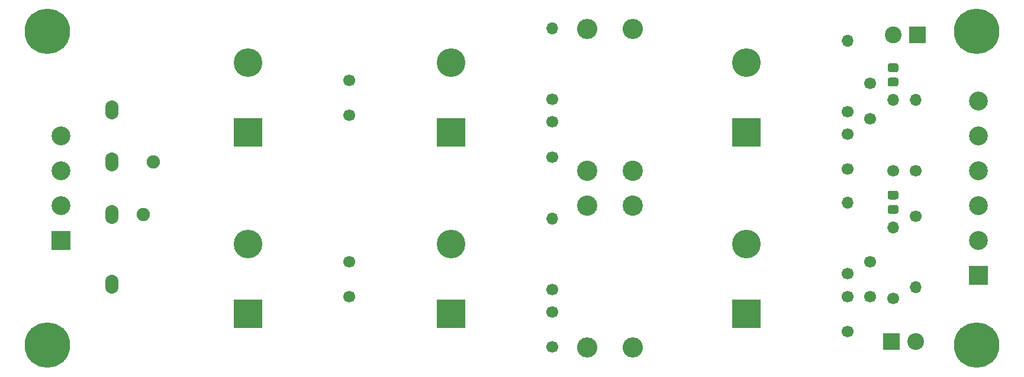
<source format=gbr>
%TF.GenerationSoftware,KiCad,Pcbnew,(5.1.6-0)*%
%TF.CreationDate,2023-07-07T17:58:43-07:00*%
%TF.ProjectId,psu_board_small,7073755f-626f-4617-9264-5f736d616c6c,rev?*%
%TF.SameCoordinates,Original*%
%TF.FileFunction,Soldermask,Top*%
%TF.FilePolarity,Negative*%
%FSLAX46Y46*%
G04 Gerber Fmt 4.6, Leading zero omitted, Abs format (unit mm)*
G04 Created by KiCad (PCBNEW (5.1.6-0)) date 2023-07-07 17:58:43*
%MOMM*%
%LPD*%
G01*
G04 APERTURE LIST*
%ADD10C,0.900000*%
%ADD11C,6.500000*%
%ADD12C,2.400000*%
%ADD13R,2.400000X2.400000*%
%ADD14C,1.900000*%
%ADD15O,1.700000X1.700000*%
%ADD16C,1.700000*%
%ADD17C,2.700000*%
%ADD18R,2.700000X2.700000*%
%ADD19O,2.900000X2.900000*%
%ADD20C,2.900000*%
%ADD21O,1.900000X2.700000*%
%ADD22C,4.100000*%
%ADD23R,4.100000X4.100000*%
G04 APERTURE END LIST*
D10*
%TO.C,H4*%
X160947056Y-113302944D03*
X159250000Y-112600000D03*
X157552944Y-113302944D03*
X156850000Y-115000000D03*
X157552944Y-116697056D03*
X159250000Y-117400000D03*
X160947056Y-116697056D03*
X161650000Y-115000000D03*
D11*
X159250000Y-115000000D03*
%TD*%
D10*
%TO.C,H3*%
X160947056Y-68302944D03*
X159250000Y-67600000D03*
X157552944Y-68302944D03*
X156850000Y-70000000D03*
X157552944Y-71697056D03*
X159250000Y-72400000D03*
X160947056Y-71697056D03*
X161650000Y-70000000D03*
D11*
X159250000Y-70000000D03*
%TD*%
D10*
%TO.C,H2*%
X27947056Y-68302944D03*
X26250000Y-67600000D03*
X24552944Y-68302944D03*
X23850000Y-70000000D03*
X24552944Y-71697056D03*
X26250000Y-72400000D03*
X27947056Y-71697056D03*
X28650000Y-70000000D03*
D11*
X26250000Y-70000000D03*
%TD*%
D10*
%TO.C,H1*%
X27947056Y-113302944D03*
X26250000Y-112600000D03*
X24552944Y-113302944D03*
X23850000Y-115000000D03*
X24552944Y-116697056D03*
X26250000Y-117400000D03*
X27947056Y-116697056D03*
X28650000Y-115000000D03*
D11*
X26250000Y-115000000D03*
%TD*%
D12*
%TO.C,J3*%
X147250000Y-70500000D03*
D13*
X150750000Y-70500000D03*
%TD*%
D12*
%TO.C,J2*%
X150500000Y-114500000D03*
D13*
X147000000Y-114500000D03*
%TD*%
D14*
%TO.C,RV1*%
X41400000Y-88750000D03*
X40000000Y-96250000D03*
%TD*%
D15*
%TO.C,R8*%
X140750000Y-71340000D03*
D16*
X140750000Y-81500000D03*
%TD*%
D15*
%TO.C,R7*%
X140750000Y-94590000D03*
D16*
X140750000Y-104750000D03*
%TD*%
D17*
%TO.C,J4*%
X159500000Y-80000000D03*
X159500000Y-85000000D03*
X159500000Y-90000000D03*
X159500000Y-95000000D03*
X159500000Y-100000000D03*
D18*
X159500000Y-105000000D03*
%TD*%
D17*
%TO.C,J1*%
X28250000Y-85000000D03*
X28250000Y-90000000D03*
X28250000Y-95000000D03*
D18*
X28250000Y-100000000D03*
%TD*%
D16*
%TO.C,C14*%
X140750000Y-84750000D03*
X140750000Y-89750000D03*
%TD*%
%TO.C,C13*%
X140750000Y-108000000D03*
X140750000Y-113000000D03*
%TD*%
%TO.C,C12*%
X144000000Y-77500000D03*
X144000000Y-82500000D03*
%TD*%
%TO.C,C11*%
X144000000Y-103000000D03*
X144000000Y-108000000D03*
%TD*%
D15*
%TO.C,R12*%
X147250000Y-79840000D03*
D16*
X147250000Y-90000000D03*
%TD*%
D15*
%TO.C,R11*%
X147250000Y-98090000D03*
D16*
X147250000Y-108250000D03*
%TD*%
D15*
%TO.C,R10*%
X150500000Y-79840000D03*
D16*
X150500000Y-90000000D03*
%TD*%
D15*
%TO.C,R9*%
X150500000Y-106660000D03*
D16*
X150500000Y-96500000D03*
%TD*%
D19*
%TO.C,R6*%
X110000000Y-69680000D03*
D20*
X110000000Y-90000000D03*
%TD*%
D19*
%TO.C,R5*%
X103500000Y-69680000D03*
D20*
X103500000Y-90000000D03*
%TD*%
D19*
%TO.C,R4*%
X110000000Y-115320000D03*
D20*
X110000000Y-95000000D03*
%TD*%
D19*
%TO.C,R3*%
X103500000Y-115320000D03*
D20*
X103500000Y-95000000D03*
%TD*%
D15*
%TO.C,R2*%
X98500000Y-69590000D03*
D16*
X98500000Y-79750000D03*
%TD*%
D15*
%TO.C,R1*%
X98500000Y-96840000D03*
D16*
X98500000Y-107000000D03*
%TD*%
%TO.C,D3*%
G36*
G01*
X147728262Y-75850000D02*
X146771738Y-75850000D01*
G75*
G02*
X146500000Y-75578262I0J271738D01*
G01*
X146500000Y-74871738D01*
G75*
G02*
X146771738Y-74600000I271738J0D01*
G01*
X147728262Y-74600000D01*
G75*
G02*
X148000000Y-74871738I0J-271738D01*
G01*
X148000000Y-75578262D01*
G75*
G02*
X147728262Y-75850000I-271738J0D01*
G01*
G37*
G36*
G01*
X147728262Y-77900000D02*
X146771738Y-77900000D01*
G75*
G02*
X146500000Y-77628262I0J271738D01*
G01*
X146500000Y-76921738D01*
G75*
G02*
X146771738Y-76650000I271738J0D01*
G01*
X147728262Y-76650000D01*
G75*
G02*
X148000000Y-76921738I0J-271738D01*
G01*
X148000000Y-77628262D01*
G75*
G02*
X147728262Y-77900000I-271738J0D01*
G01*
G37*
%TD*%
%TO.C,D2*%
G36*
G01*
X147728262Y-94100000D02*
X146771738Y-94100000D01*
G75*
G02*
X146500000Y-93828262I0J271738D01*
G01*
X146500000Y-93121738D01*
G75*
G02*
X146771738Y-92850000I271738J0D01*
G01*
X147728262Y-92850000D01*
G75*
G02*
X148000000Y-93121738I0J-271738D01*
G01*
X148000000Y-93828262D01*
G75*
G02*
X147728262Y-94100000I-271738J0D01*
G01*
G37*
G36*
G01*
X147728262Y-96150000D02*
X146771738Y-96150000D01*
G75*
G02*
X146500000Y-95878262I0J271738D01*
G01*
X146500000Y-95171738D01*
G75*
G02*
X146771738Y-94900000I271738J0D01*
G01*
X147728262Y-94900000D01*
G75*
G02*
X148000000Y-95171738I0J-271738D01*
G01*
X148000000Y-95878262D01*
G75*
G02*
X147728262Y-96150000I-271738J0D01*
G01*
G37*
%TD*%
D21*
%TO.C,D1*%
X35500000Y-81250000D03*
X35500000Y-88750000D03*
X35500000Y-96250000D03*
X35500000Y-106250000D03*
%TD*%
D22*
%TO.C,C10*%
X126250000Y-74500000D03*
D23*
X126250000Y-84500000D03*
%TD*%
D22*
%TO.C,C9*%
X126250000Y-100500000D03*
D23*
X126250000Y-110500000D03*
%TD*%
D16*
%TO.C,C8*%
X98500000Y-83000000D03*
X98500000Y-88000000D03*
%TD*%
%TO.C,C7*%
X98500000Y-110250000D03*
X98500000Y-115250000D03*
%TD*%
%TO.C,C6*%
X69500000Y-77000000D03*
X69500000Y-82000000D03*
%TD*%
%TO.C,C5*%
X69500000Y-103000000D03*
X69500000Y-108000000D03*
%TD*%
D22*
%TO.C,C4*%
X84000000Y-74500000D03*
D23*
X84000000Y-84500000D03*
%TD*%
D22*
%TO.C,C3*%
X84000000Y-100500000D03*
D23*
X84000000Y-110500000D03*
%TD*%
D22*
%TO.C,C2*%
X55000000Y-74500000D03*
D23*
X55000000Y-84500000D03*
%TD*%
D22*
%TO.C,C1*%
X55000000Y-100500000D03*
D23*
X55000000Y-110500000D03*
%TD*%
M02*

</source>
